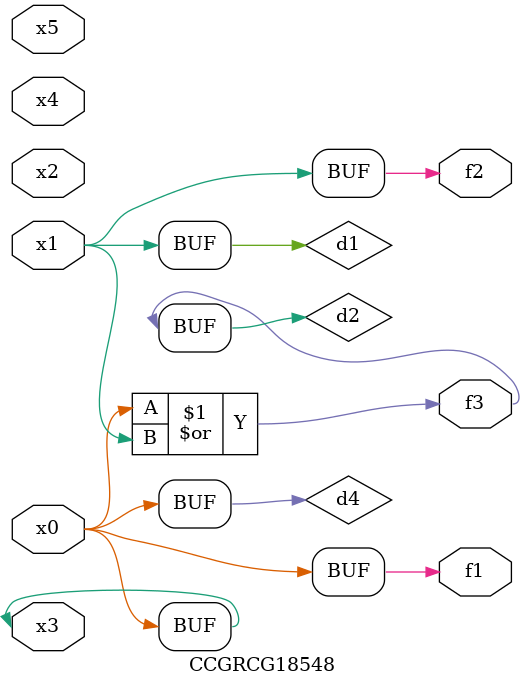
<source format=v>
module CCGRCG18548(
	input x0, x1, x2, x3, x4, x5,
	output f1, f2, f3
);

	wire d1, d2, d3, d4;

	and (d1, x1);
	or (d2, x0, x1);
	nand (d3, x0, x5);
	buf (d4, x0, x3);
	assign f1 = d4;
	assign f2 = d1;
	assign f3 = d2;
endmodule

</source>
